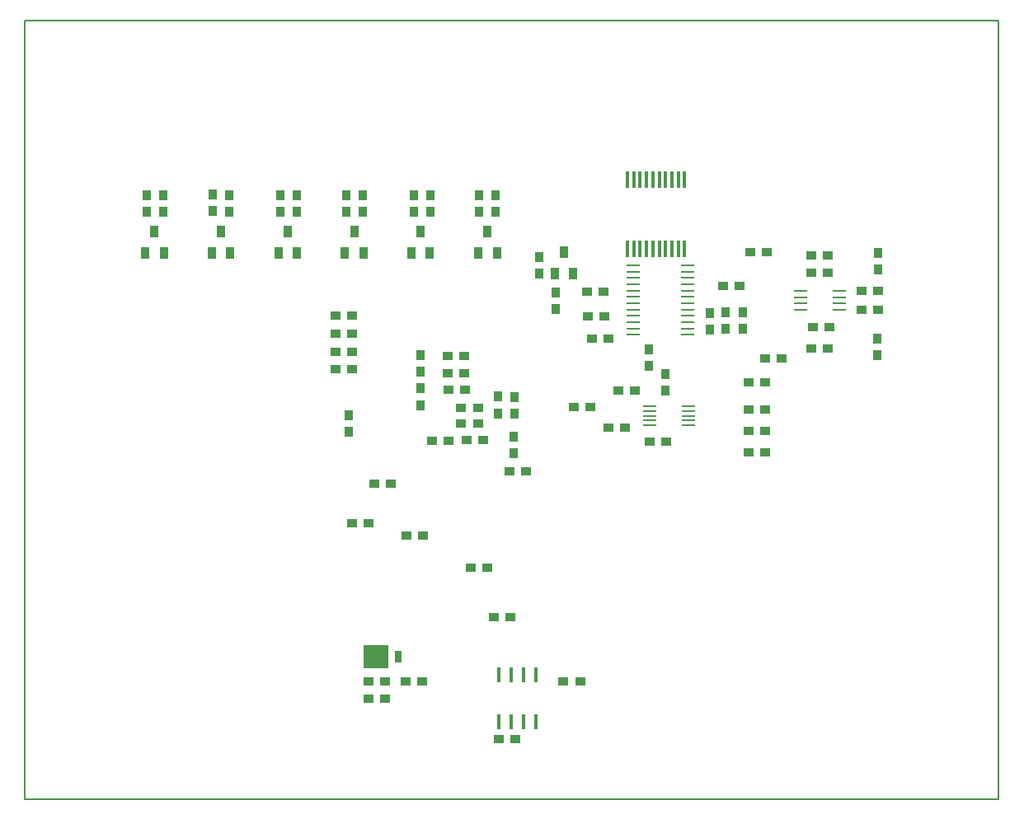
<source format=gbr>
%FSLAX36Y36*%
%MOMM*%
G04 EasyPC Gerber Version 18.0.8 Build 3632 *
%ADD12R,1.37160X0.22860*%
%ADD13R,1.37160X0.25400*%
%ADD14R,1.37160X0.27940*%
%ADD18R,0.34840X1.69840*%
%ADD19R,0.40640X1.57480*%
%ADD16R,0.66040X1.16840*%
%ADD11R,0.89840X0.99840*%
%ADD10R,0.99840X0.89840*%
%ADD17R,0.89840X1.29840*%
%ADD15R,2.56840X2.43840*%
%ADD70C,0.12700*%
X0Y0D02*
D02*
D10*
X73979200Y51147700D03*
Y52972700D03*
X74004200Y47497700D03*
Y49322700D03*
X75654200Y31697700D03*
X75679200Y51147700D03*
Y52972700D03*
X75704200Y47497700D03*
Y49322700D03*
X77354200Y13647700D03*
Y15447700D03*
Y31697700D03*
X77979200Y35772700D03*
X79054200Y13647700D03*
Y15447700D03*
X79679200Y35772700D03*
X81154200Y15447700D03*
X81304200Y30422700D03*
X82854200Y15447700D03*
X83004200Y30422700D03*
X83879200Y40147700D03*
X85529200Y47047700D03*
Y48897700D03*
X85554200Y45397700D03*
X85579200Y40147700D03*
X86904200Y41922700D03*
Y43547700D03*
X87229200Y47047700D03*
Y48897700D03*
X87254200Y45397700D03*
X87429200Y40222700D03*
X87904200Y27122700D03*
X88604200Y41922700D03*
Y43547700D03*
X89129200Y40222700D03*
X89604200Y27122700D03*
X90279200Y22047700D03*
X90754200Y9472700D03*
X91879200Y36997700D03*
X91979200Y22047700D03*
X92454200Y9472700D03*
X93579200Y36997700D03*
X97404200Y15397700D03*
X98454200Y43622700D03*
X99104200Y15397700D03*
X99854200Y55472700D03*
X99904200Y52897700D03*
X100154200Y43622700D03*
X100354200Y50672700D03*
X101554200Y55472700D03*
X101604200Y52897700D03*
X102054200Y41497700D03*
Y50672700D03*
X103054200Y45347700D03*
X103754200Y41497700D03*
X104754200Y45347700D03*
X106229200Y40072700D03*
X107929200D03*
X113754200Y56047700D03*
X115454200D03*
X116379200Y46147700D03*
X116429200Y38972700D03*
Y41172700D03*
Y43372700D03*
X116604200Y59547700D03*
X118079200Y46147700D03*
X118104200Y48622700D03*
X118129200Y38972700D03*
Y41172700D03*
Y43372700D03*
X118304200Y59547700D03*
X119804200Y48622700D03*
X122854200Y57397700D03*
X122879200Y49597700D03*
Y59172700D03*
X123004200Y51797700D03*
X124554200Y57397700D03*
X124579200Y49597700D03*
Y59172700D03*
X124704200Y51797700D03*
X127979200Y53622700D03*
X128004200Y55547700D03*
X129679200Y53622700D03*
X129704200Y55547700D03*
D02*
D11*
X54604200Y63697700D03*
Y65397700D03*
X56304200Y63697700D03*
Y65397700D03*
X61404200Y63747700D03*
Y65447700D03*
X63104200Y63697700D03*
Y65397700D03*
X68304200Y63697700D03*
Y65397700D03*
X70004200Y63697700D03*
Y65397700D03*
X75104200Y63697700D03*
Y65397700D03*
X75354200Y41047700D03*
Y42747700D03*
X76804200Y63697700D03*
Y65397700D03*
X82004200Y63697700D03*
Y65397700D03*
X82704200Y43822700D03*
Y45522700D03*
X82729200Y47247700D03*
Y48947700D03*
X83704200Y63697700D03*
Y65397700D03*
X88704200Y63697700D03*
Y65397700D03*
X90404200Y63697700D03*
Y65397700D03*
X90679200Y42972700D03*
Y44672700D03*
X92279200Y38897700D03*
Y40597700D03*
X92404200Y42947700D03*
Y44647700D03*
X94904200Y57297700D03*
Y58997700D03*
X96629200Y53647700D03*
Y55347700D03*
X106179200Y47847700D03*
Y49547700D03*
X107854200Y45272700D03*
Y46972700D03*
X112404200Y51597700D03*
Y53297700D03*
X114079200Y51622700D03*
Y53322700D03*
X115804200Y51672700D03*
Y53372700D03*
X129654200Y48972700D03*
Y50672700D03*
X129704200Y57772700D03*
Y59472700D03*
D02*
D12*
X106235300Y41722700D03*
Y42222700D03*
Y42722700D03*
Y43222700D03*
Y43722700D03*
X110223100Y41722700D03*
Y42222700D03*
Y42722700D03*
Y43222700D03*
Y43722700D03*
D02*
D13*
X104534800Y51022700D03*
Y51672700D03*
Y52322700D03*
Y52972700D03*
Y53622700D03*
Y54272700D03*
Y54922700D03*
Y55572700D03*
Y56222700D03*
Y56872700D03*
Y57522700D03*
Y58172700D03*
X110173600Y51022700D03*
Y51672700D03*
Y52322700D03*
Y52972700D03*
Y53622700D03*
Y54272700D03*
Y54922700D03*
Y55572700D03*
Y56222700D03*
Y56872700D03*
Y57522700D03*
Y58172700D03*
D02*
D14*
X121760300Y53597700D03*
Y54247700D03*
Y54897700D03*
Y55547700D03*
X125748100Y53597700D03*
Y54247700D03*
Y54897700D03*
Y55547700D03*
D02*
D15*
X78104200Y17947700D03*
D02*
D16*
X80455200D03*
D02*
D17*
X54454200Y59447700D03*
X55404200Y61647700D03*
X56354200Y59447700D03*
X61254200D03*
X62204200Y61647700D03*
X63154200Y59447700D03*
X68154200D03*
X69104200Y61647700D03*
X70054200Y59447700D03*
X74954200D03*
X75904200Y61647700D03*
X76854200Y59447700D03*
X81754200D03*
X82704200Y61647700D03*
X83654200Y59447700D03*
X88654200D03*
X89604200Y61647700D03*
X90554200Y59447700D03*
X96504200Y57347700D03*
X97454200Y59547700D03*
X98404200Y57347700D03*
D02*
D18*
X103979200Y59897700D03*
Y66997700D03*
X104629200Y59897700D03*
Y66997700D03*
X105279200Y59897700D03*
Y66997700D03*
X105929200Y59897700D03*
Y66997700D03*
X106579200Y59897700D03*
Y66997700D03*
X107229200Y59897700D03*
Y66997700D03*
X107879200Y59897700D03*
Y66997700D03*
X108529200Y59897700D03*
Y66997700D03*
X109179200Y59897700D03*
Y66997700D03*
X109829200Y59897700D03*
Y66997700D03*
D02*
D19*
X90749200Y11234700D03*
Y16060700D03*
X92019200Y11234700D03*
Y16060700D03*
X93289200Y11234700D03*
Y16060700D03*
X94559200Y11234700D03*
Y16060700D03*
D02*
D70*
X42104200Y3347700D02*
X142104200D01*
Y83347700*
X42104200*
Y3347700*
X0Y0D02*
M02*

</source>
